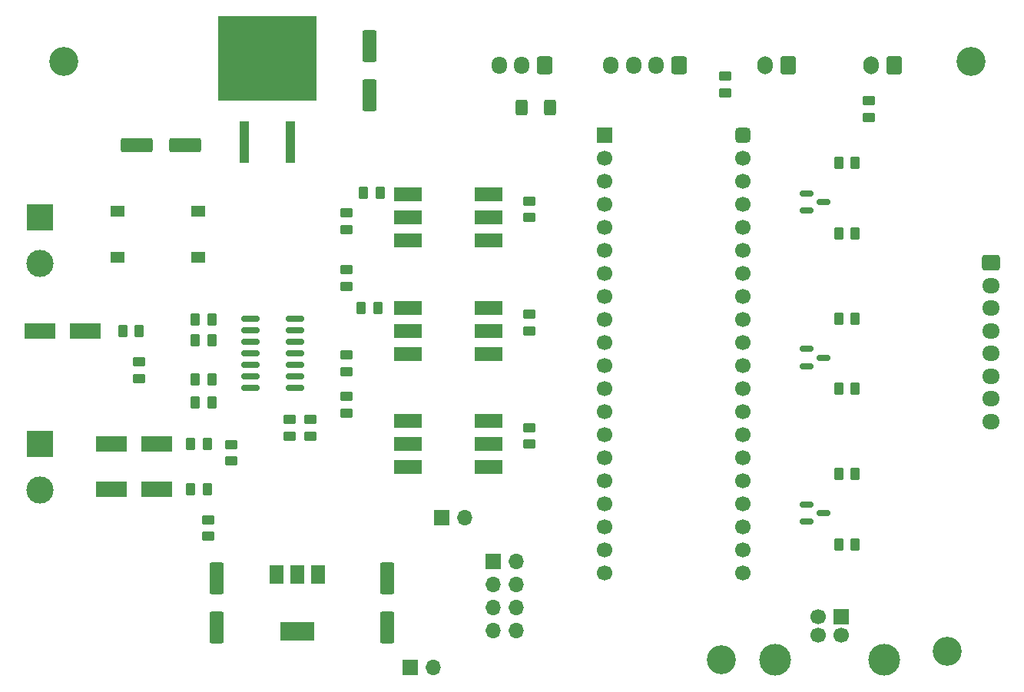
<source format=gbr>
%TF.GenerationSoftware,KiCad,Pcbnew,(7.0.0)*%
%TF.CreationDate,2023-04-04T17:42:21+07:00*%
%TF.ProjectId,3_phase_firing,335f7068-6173-4655-9f66-6972696e672e,rev?*%
%TF.SameCoordinates,Original*%
%TF.FileFunction,Soldermask,Top*%
%TF.FilePolarity,Negative*%
%FSLAX46Y46*%
G04 Gerber Fmt 4.6, Leading zero omitted, Abs format (unit mm)*
G04 Created by KiCad (PCBNEW (7.0.0)) date 2023-04-04 17:42:21*
%MOMM*%
%LPD*%
G01*
G04 APERTURE LIST*
G04 Aperture macros list*
%AMRoundRect*
0 Rectangle with rounded corners*
0 $1 Rounding radius*
0 $2 $3 $4 $5 $6 $7 $8 $9 X,Y pos of 4 corners*
0 Add a 4 corners polygon primitive as box body*
4,1,4,$2,$3,$4,$5,$6,$7,$8,$9,$2,$3,0*
0 Add four circle primitives for the rounded corners*
1,1,$1+$1,$2,$3*
1,1,$1+$1,$4,$5*
1,1,$1+$1,$6,$7*
1,1,$1+$1,$8,$9*
0 Add four rect primitives between the rounded corners*
20,1,$1+$1,$2,$3,$4,$5,0*
20,1,$1+$1,$4,$5,$6,$7,0*
20,1,$1+$1,$6,$7,$8,$9,0*
20,1,$1+$1,$8,$9,$2,$3,0*%
G04 Aperture macros list end*
%ADD10R,1.700000X1.700000*%
%ADD11C,1.700000*%
%ADD12C,3.500000*%
%ADD13R,3.100000X1.600000*%
%ADD14C,3.200000*%
%ADD15RoundRect,0.250000X0.262500X0.450000X-0.262500X0.450000X-0.262500X-0.450000X0.262500X-0.450000X0*%
%ADD16RoundRect,0.250000X-0.450000X0.262500X-0.450000X-0.262500X0.450000X-0.262500X0.450000X0.262500X0*%
%ADD17O,1.700000X1.700000*%
%ADD18R,1.500000X2.000000*%
%ADD19R,3.800000X2.000000*%
%ADD20RoundRect,0.250000X0.450000X-0.262500X0.450000X0.262500X-0.450000X0.262500X-0.450000X-0.262500X0*%
%ADD21RoundRect,0.150000X-0.587500X-0.150000X0.587500X-0.150000X0.587500X0.150000X-0.587500X0.150000X0*%
%ADD22RoundRect,0.150000X-0.825000X-0.150000X0.825000X-0.150000X0.825000X0.150000X-0.825000X0.150000X0*%
%ADD23RoundRect,0.250000X0.550000X-1.500000X0.550000X1.500000X-0.550000X1.500000X-0.550000X-1.500000X0*%
%ADD24RoundRect,0.250000X1.500000X0.550000X-1.500000X0.550000X-1.500000X-0.550000X1.500000X-0.550000X0*%
%ADD25RoundRect,0.250000X-0.400000X-0.625000X0.400000X-0.625000X0.400000X0.625000X-0.400000X0.625000X0*%
%ADD26RoundRect,0.425000X-0.425000X-0.425000X0.425000X-0.425000X0.425000X0.425000X-0.425000X0.425000X0*%
%ADD27RoundRect,0.250000X0.600000X0.725000X-0.600000X0.725000X-0.600000X-0.725000X0.600000X-0.725000X0*%
%ADD28O,1.700000X1.950000*%
%ADD29R,3.500000X1.800000*%
%ADD30R,1.500000X1.300000*%
%ADD31RoundRect,0.250000X0.600000X0.750000X-0.600000X0.750000X-0.600000X-0.750000X0.600000X-0.750000X0*%
%ADD32O,1.700000X2.000000*%
%ADD33RoundRect,0.250000X-0.262500X-0.450000X0.262500X-0.450000X0.262500X0.450000X-0.262500X0.450000X0*%
%ADD34R,3.000000X3.000000*%
%ADD35C,3.000000*%
%ADD36R,1.100000X4.600000*%
%ADD37R,10.800000X9.400000*%
%ADD38RoundRect,0.250000X-0.725000X0.600000X-0.725000X-0.600000X0.725000X-0.600000X0.725000X0.600000X0*%
%ADD39O,1.950000X1.700000*%
G04 APERTURE END LIST*
D10*
%TO.C,J4*%
X165734999Y-111532499D03*
D11*
X163235000Y-111532500D03*
X163235000Y-113532500D03*
X165735000Y-113532500D03*
D12*
X170505000Y-116242500D03*
X158465000Y-116242500D03*
%TD*%
D13*
%TO.C,U3*%
X118054999Y-64959999D03*
X118054999Y-67499999D03*
X118054999Y-70039999D03*
X126944999Y-70039999D03*
X126944999Y-67499999D03*
X126944999Y-64959999D03*
%TD*%
D14*
%TO.C,REF\u002A\u002A*%
X177466000Y-115285000D03*
X177466000Y-115285000D03*
%TD*%
D15*
%TO.C,R17*%
X114704500Y-77470000D03*
X112879500Y-77470000D03*
%TD*%
D16*
%TO.C,R41*%
X168830000Y-54627000D03*
X168830000Y-56452000D03*
%TD*%
D10*
%TO.C,JP2*%
X121712999Y-100600999D03*
D17*
X124252999Y-100600999D03*
%TD*%
D15*
%TO.C,R1*%
X88412500Y-80000000D03*
X86587500Y-80000000D03*
%TD*%
%TO.C,R22*%
X167329500Y-78630000D03*
X165504500Y-78630000D03*
%TD*%
D18*
%TO.C,U14*%
X108137999Y-106848999D03*
X105837999Y-106848999D03*
D19*
X105837999Y-113148999D03*
D18*
X103537999Y-106848999D03*
%TD*%
D14*
%TO.C,REF\u002A\u002A*%
X80080000Y-50285000D03*
X80080000Y-50285000D03*
%TD*%
D20*
%TO.C,R14*%
X111252000Y-75080500D03*
X111252000Y-73255500D03*
%TD*%
%TO.C,R42*%
X152955000Y-53761500D03*
X152955000Y-51936500D03*
%TD*%
D21*
%TO.C,Q1*%
X161923500Y-64853000D03*
X161923500Y-66753000D03*
X163798500Y-65803000D03*
%TD*%
D15*
%TO.C,R27*%
X167329500Y-103522000D03*
X165504500Y-103522000D03*
%TD*%
D22*
%TO.C,U1*%
X100649000Y-78690000D03*
X100649000Y-79960000D03*
X100649000Y-81230000D03*
X100649000Y-82500000D03*
X100649000Y-83770000D03*
X100649000Y-85040000D03*
X100649000Y-86310000D03*
X105599000Y-86310000D03*
X105599000Y-85040000D03*
X105599000Y-83770000D03*
X105599000Y-82500000D03*
X105599000Y-81230000D03*
X105599000Y-79960000D03*
X105599000Y-78690000D03*
%TD*%
D15*
%TO.C,R26*%
X167329500Y-95775000D03*
X165504500Y-95775000D03*
%TD*%
D23*
%TO.C,C3*%
X96948000Y-112699000D03*
X96948000Y-107299000D03*
%TD*%
%TO.C,C4*%
X115744000Y-112699000D03*
X115744000Y-107299000D03*
%TD*%
D15*
%TO.C,R16*%
X114958500Y-64770000D03*
X113133500Y-64770000D03*
%TD*%
%TO.C,R24*%
X167329500Y-61485000D03*
X165504500Y-61485000D03*
%TD*%
D20*
%TO.C,R18*%
X111252000Y-89050500D03*
X111252000Y-87225500D03*
%TD*%
D13*
%TO.C,U5*%
X118054999Y-89959999D03*
X118054999Y-92499999D03*
X118054999Y-95039999D03*
X126944999Y-95039999D03*
X126944999Y-92499999D03*
X126944999Y-89959999D03*
%TD*%
D24*
%TO.C,C1*%
X93505000Y-59563000D03*
X88105000Y-59563000D03*
%TD*%
D15*
%TO.C,R7*%
X96416500Y-78740000D03*
X94591500Y-78740000D03*
%TD*%
%TO.C,R25*%
X167329500Y-86377000D03*
X165504500Y-86377000D03*
%TD*%
%TO.C,R5*%
X95912500Y-97500000D03*
X94087500Y-97500000D03*
%TD*%
%TO.C,R23*%
X167329500Y-69232000D03*
X165504500Y-69232000D03*
%TD*%
D14*
%TO.C,REF\u002A\u002A*%
X152574000Y-116242500D03*
X152574000Y-116242500D03*
%TD*%
%TO.C,REF\u002A\u002A*%
X180080000Y-50285000D03*
X180080000Y-50285000D03*
%TD*%
D25*
%TO.C,R40*%
X130580000Y-55389000D03*
X133680000Y-55389000D03*
%TD*%
D20*
%TO.C,R15*%
X111252000Y-84478500D03*
X111252000Y-82653500D03*
%TD*%
%TO.C,R6*%
X96012000Y-102663000D03*
X96012000Y-100838000D03*
%TD*%
D10*
%TO.C,U6*%
X139699999Y-58419999D03*
D11*
X139700000Y-60960000D03*
X139700000Y-63500000D03*
X139700000Y-66040000D03*
X139700000Y-68580000D03*
X139700000Y-71120000D03*
X139700000Y-73660000D03*
X139700000Y-76200000D03*
X139700000Y-78740000D03*
X139700000Y-81280000D03*
X139700000Y-83820000D03*
X139700000Y-86360000D03*
X139700000Y-88900000D03*
X139700000Y-91440000D03*
X139700000Y-93980000D03*
X139700000Y-96520000D03*
X139700000Y-99060000D03*
X139700000Y-101600000D03*
X139700000Y-104140000D03*
X139700000Y-106680000D03*
X154940000Y-106680000D03*
X154940000Y-104140000D03*
X154940000Y-101600000D03*
X154940000Y-99060000D03*
X154940000Y-96520000D03*
X154940000Y-93980000D03*
X154940000Y-91440000D03*
X154940000Y-88900000D03*
X154940000Y-86360000D03*
X154940000Y-83820000D03*
X154940000Y-81280000D03*
X154940000Y-78740000D03*
X154940000Y-76200000D03*
X154940000Y-73660000D03*
X154940000Y-71120000D03*
X154940000Y-68580000D03*
X154940000Y-66040000D03*
X154940000Y-63500000D03*
X154940000Y-60960000D03*
D26*
X154940000Y-58420000D03*
%TD*%
D27*
%TO.C,J9*%
X147882000Y-50690000D03*
D28*
X145381999Y-50689999D03*
X142881999Y-50689999D03*
X140381999Y-50689999D03*
%TD*%
D10*
%TO.C,JP1*%
X118278999Y-117110999D03*
D17*
X120818999Y-117110999D03*
%TD*%
D29*
%TO.C,D2*%
X82499999Y-79999999D03*
X77499999Y-79999999D03*
%TD*%
D16*
%TO.C,R13*%
X111252000Y-67009000D03*
X111252000Y-68834000D03*
%TD*%
D21*
%TO.C,Q2*%
X161923500Y-81998000D03*
X161923500Y-83898000D03*
X163798500Y-82948000D03*
%TD*%
D30*
%TO.C,D1*%
X94873999Y-71891999D03*
X94873999Y-66791999D03*
X85973999Y-66791999D03*
X85973999Y-71891999D03*
%TD*%
D31*
%TO.C,J8*%
X159913332Y-50690000D03*
D32*
X157413331Y-50689999D03*
%TD*%
D20*
%TO.C,R4*%
X98552000Y-94359100D03*
X98552000Y-92534100D03*
%TD*%
D33*
%TO.C,R8*%
X94591500Y-81026000D03*
X96416500Y-81026000D03*
%TD*%
D15*
%TO.C,R3*%
X95912500Y-92500000D03*
X94087500Y-92500000D03*
%TD*%
%TO.C,R9*%
X96416500Y-87884000D03*
X94591500Y-87884000D03*
%TD*%
D13*
%TO.C,U4*%
X118054999Y-77459999D03*
X118054999Y-79999999D03*
X118054999Y-82539999D03*
X126944999Y-82539999D03*
X126944999Y-79999999D03*
X126944999Y-77459999D03*
%TD*%
D20*
%TO.C,R20*%
X131365000Y-80000000D03*
X131365000Y-78175000D03*
%TD*%
D34*
%TO.C,J1*%
X77499999Y-67499999D03*
D35*
X77500000Y-72580000D03*
%TD*%
D36*
%TO.C,U2*%
X99959999Y-59149999D03*
D37*
X102499999Y-49999999D03*
D36*
X105039999Y-59149999D03*
%TD*%
D31*
%TO.C,J6*%
X171604000Y-50690000D03*
D32*
X169103999Y-50689999D03*
%TD*%
D16*
%TO.C,R11*%
X105003600Y-89765500D03*
X105003600Y-91590500D03*
%TD*%
D27*
%TO.C,J7*%
X133080000Y-50690000D03*
D28*
X130579999Y-50689999D03*
X128079999Y-50689999D03*
%TD*%
D20*
%TO.C,R12*%
X107289600Y-91590500D03*
X107289600Y-89765500D03*
%TD*%
D10*
%TO.C,J5*%
X127427999Y-105426999D03*
D17*
X129967999Y-105426999D03*
X127427999Y-107966999D03*
X129967999Y-107966999D03*
X127427999Y-110506999D03*
X129967999Y-110506999D03*
X127427999Y-113046999D03*
X129967999Y-113046999D03*
%TD*%
D23*
%TO.C,C2*%
X113792000Y-54008000D03*
X113792000Y-48608000D03*
%TD*%
D29*
%TO.C,D3*%
X90329999Y-92499999D03*
X85329999Y-92499999D03*
%TD*%
D33*
%TO.C,R10*%
X94591500Y-85344000D03*
X96416500Y-85344000D03*
%TD*%
D20*
%TO.C,R2*%
X88392000Y-85240500D03*
X88392000Y-83415500D03*
%TD*%
D21*
%TO.C,Q3*%
X161923500Y-99143000D03*
X161923500Y-101043000D03*
X163798500Y-100093000D03*
%TD*%
D29*
%TO.C,D4*%
X90329999Y-97499999D03*
X85329999Y-97499999D03*
%TD*%
D20*
%TO.C,R21*%
X131365000Y-92500000D03*
X131365000Y-90675000D03*
%TD*%
%TO.C,R19*%
X131365000Y-67500000D03*
X131365000Y-65675000D03*
%TD*%
D38*
%TO.C,J10*%
X182292000Y-72492500D03*
D39*
X182291999Y-74992499D03*
X182291999Y-77492499D03*
X182291999Y-79992499D03*
X182291999Y-82492499D03*
X182291999Y-84992499D03*
X182291999Y-87492499D03*
X182291999Y-89992499D03*
%TD*%
D34*
%TO.C,J2*%
X77499999Y-92499999D03*
D35*
X77500000Y-97580000D03*
%TD*%
M02*

</source>
